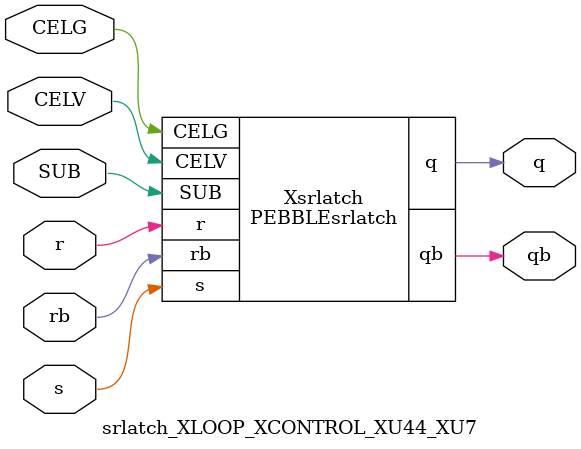
<source format=v>



module PEBBLEsrlatch ( q, qb, CELG, CELV, SUB, r, rb, s );

  input CELV;
  input s;
  output q;
  input rb;
  input r;
  input SUB;
  input CELG;
  output qb;
endmodule

//Celera Confidential Do Not Copy srlatch_XLOOP_XCONTROL_XU44_XU7
//Celera Confidential Symbol Generator
//SR Latch
module srlatch_XLOOP_XCONTROL_XU44_XU7 (CELV,CELG,s,r,rb,q,qb,SUB);
input CELV;
input CELG;
input s;
input r;
input rb;
input SUB;
output q;
output qb;

//Celera Confidential Do Not Copy srlatch
PEBBLEsrlatch Xsrlatch(
.CELV (CELV),
.r (r),
.s (s),
.q (q),
.qb (qb),
.rb (rb),
.SUB (SUB),
.CELG (CELG)
);
//,diesize,PEBBLEsrlatch

//Celera Confidential Do Not Copy Module End
//Celera Schematic Generator
endmodule

</source>
